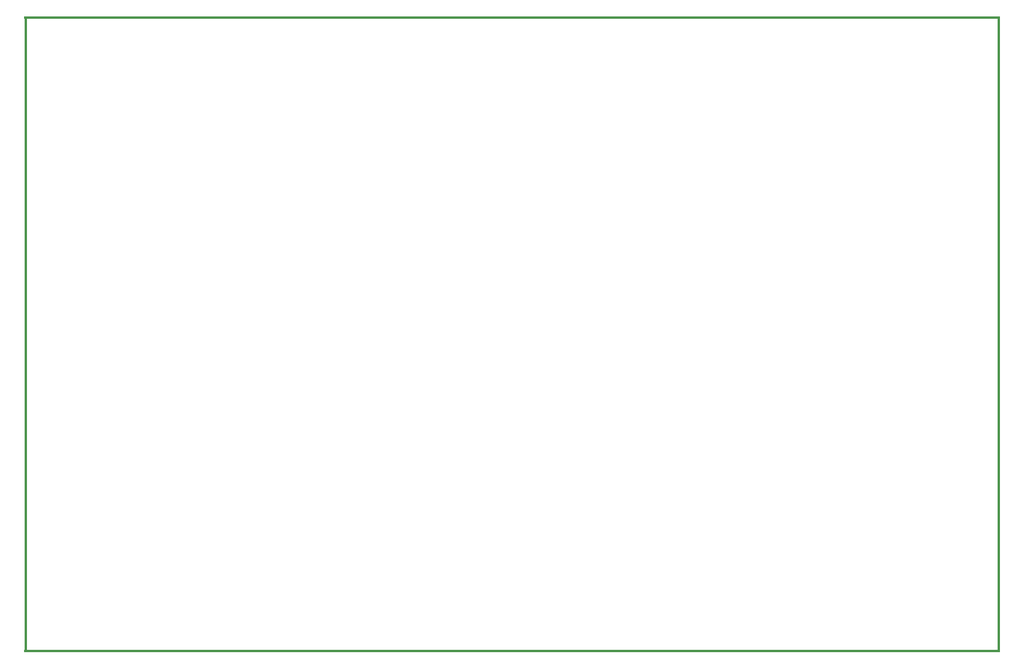
<source format=gko>
G04 Layer_Color=16711935*
%FSLAX25Y25*%
%MOIN*%
G70*
G01*
G75*
%ADD78R,0.01500X3.61500*%
%ADD79R,5.54500X0.01500*%
D78*
X750Y180750D02*
D03*
X553750D02*
D03*
D79*
X277250Y750D02*
D03*
Y360750D02*
D03*
M02*

</source>
